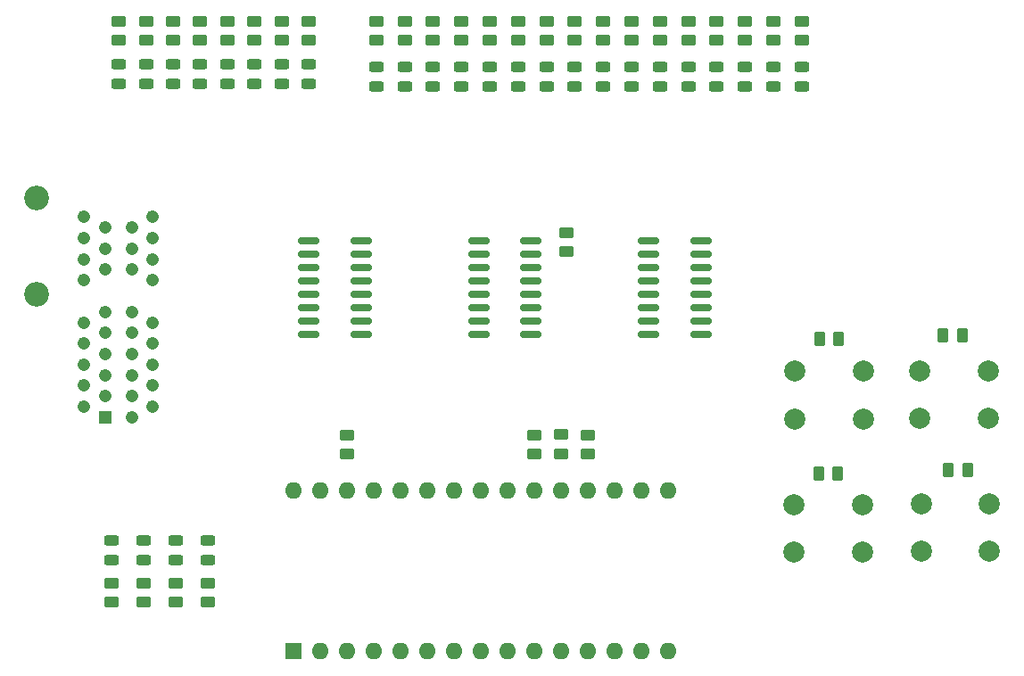
<source format=gbr>
%TF.GenerationSoftware,KiCad,Pcbnew,(6.0.0-0)*%
%TF.CreationDate,2022-01-13T01:42:20-05:00*%
%TF.ProjectId,ROM-Cartridge-programmer,524f4d2d-4361-4727-9472-696467652d70,rev?*%
%TF.SameCoordinates,Original*%
%TF.FileFunction,Soldermask,Top*%
%TF.FilePolarity,Negative*%
%FSLAX46Y46*%
G04 Gerber Fmt 4.6, Leading zero omitted, Abs format (unit mm)*
G04 Created by KiCad (PCBNEW (6.0.0-0)) date 2022-01-13 01:42:20*
%MOMM*%
%LPD*%
G01*
G04 APERTURE LIST*
G04 Aperture macros list*
%AMRoundRect*
0 Rectangle with rounded corners*
0 $1 Rounding radius*
0 $2 $3 $4 $5 $6 $7 $8 $9 X,Y pos of 4 corners*
0 Add a 4 corners polygon primitive as box body*
4,1,4,$2,$3,$4,$5,$6,$7,$8,$9,$2,$3,0*
0 Add four circle primitives for the rounded corners*
1,1,$1+$1,$2,$3*
1,1,$1+$1,$4,$5*
1,1,$1+$1,$6,$7*
1,1,$1+$1,$8,$9*
0 Add four rect primitives between the rounded corners*
20,1,$1+$1,$2,$3,$4,$5,0*
20,1,$1+$1,$4,$5,$6,$7,0*
20,1,$1+$1,$6,$7,$8,$9,0*
20,1,$1+$1,$8,$9,$2,$3,0*%
G04 Aperture macros list end*
%ADD10RoundRect,0.250000X0.450000X-0.262500X0.450000X0.262500X-0.450000X0.262500X-0.450000X-0.262500X0*%
%ADD11RoundRect,0.243750X-0.456250X0.243750X-0.456250X-0.243750X0.456250X-0.243750X0.456250X0.243750X0*%
%ADD12RoundRect,0.250000X-0.450000X0.262500X-0.450000X-0.262500X0.450000X-0.262500X0.450000X0.262500X0*%
%ADD13RoundRect,0.150000X-0.825000X-0.150000X0.825000X-0.150000X0.825000X0.150000X-0.825000X0.150000X0*%
%ADD14C,2.000000*%
%ADD15RoundRect,0.250000X-0.262500X-0.450000X0.262500X-0.450000X0.262500X0.450000X-0.262500X0.450000X0*%
%ADD16R,1.600000X1.600000*%
%ADD17O,1.600000X1.600000*%
%ADD18RoundRect,0.243750X0.456250X-0.243750X0.456250X0.243750X-0.456250X0.243750X-0.456250X-0.243750X0*%
%ADD19C,2.350000*%
%ADD20R,1.208000X1.208000*%
%ADD21C,1.208000*%
G04 APERTURE END LIST*
D10*
%TO.C,R4*%
X158242000Y-97432500D03*
X158242000Y-95607500D03*
%TD*%
D11*
%TO.C,D20*%
X123502055Y-79580500D03*
X123502055Y-81455500D03*
%TD*%
D12*
%TO.C,R15*%
X153670000Y-75541500D03*
X153670000Y-77366500D03*
%TD*%
D13*
%TO.C,U1*%
X133796000Y-96393000D03*
X133796000Y-97663000D03*
X133796000Y-98933000D03*
X133796000Y-100203000D03*
X133796000Y-101473000D03*
X133796000Y-102743000D03*
X133796000Y-104013000D03*
X133796000Y-105283000D03*
X138746000Y-105283000D03*
X138746000Y-104013000D03*
X138746000Y-102743000D03*
X138746000Y-101473000D03*
X138746000Y-100203000D03*
X138746000Y-98933000D03*
X138746000Y-97663000D03*
X138746000Y-96393000D03*
%TD*%
D14*
%TO.C,SW1*%
X186436000Y-108784000D03*
X179936000Y-108784000D03*
X179936000Y-113284000D03*
X186436000Y-113284000D03*
%TD*%
D11*
%TO.C,D5*%
X150977600Y-79834500D03*
X150977600Y-81709500D03*
%TD*%
%TO.C,D11*%
X167132000Y-79834500D03*
X167132000Y-81709500D03*
%TD*%
%TO.C,D10*%
X164439600Y-79834500D03*
X164439600Y-81709500D03*
%TD*%
D10*
%TO.C,R37*%
X118110000Y-130706500D03*
X118110000Y-128881500D03*
%TD*%
D11*
%TO.C,D19*%
X120925770Y-79580500D03*
X120925770Y-81455500D03*
%TD*%
D12*
%TO.C,R32*%
X131230910Y-75541500D03*
X131230910Y-77366500D03*
%TD*%
D11*
%TO.C,D8*%
X159054800Y-79834500D03*
X159054800Y-81709500D03*
%TD*%
D12*
%TO.C,R31*%
X128654625Y-75541500D03*
X128654625Y-77366500D03*
%TD*%
%TO.C,R27*%
X118349485Y-75541500D03*
X118349485Y-77366500D03*
%TD*%
D11*
%TO.C,D7*%
X156362400Y-79834500D03*
X156362400Y-81709500D03*
%TD*%
D12*
%TO.C,R24*%
X177901600Y-75541500D03*
X177901600Y-77366500D03*
%TD*%
%TO.C,R14*%
X150977600Y-75541500D03*
X150977600Y-77366500D03*
%TD*%
D11*
%TO.C,D15*%
X177901600Y-79834500D03*
X177901600Y-81709500D03*
%TD*%
D10*
%TO.C,R34*%
X124206000Y-130706500D03*
X124206000Y-128881500D03*
%TD*%
D11*
%TO.C,D16*%
X180594000Y-79834500D03*
X180594000Y-81709500D03*
%TD*%
%TO.C,D23*%
X131230910Y-79580500D03*
X131230910Y-81455500D03*
%TD*%
D15*
%TO.C,R9*%
X194495500Y-118182000D03*
X196320500Y-118182000D03*
%TD*%
D16*
%TO.C,A1*%
X132334000Y-135372000D03*
D17*
X134874000Y-135372000D03*
X137414000Y-135372000D03*
X139954000Y-135372000D03*
X142494000Y-135372000D03*
X145034000Y-135372000D03*
X147574000Y-135372000D03*
X150114000Y-135372000D03*
X152654000Y-135372000D03*
X155194000Y-135372000D03*
X157734000Y-135372000D03*
X160274000Y-135372000D03*
X162814000Y-135372000D03*
X165354000Y-135372000D03*
X167894000Y-135372000D03*
X167894000Y-120132000D03*
X165354000Y-120132000D03*
X162814000Y-120132000D03*
X160274000Y-120132000D03*
X157734000Y-120132000D03*
X155194000Y-120132000D03*
X152654000Y-120132000D03*
X150114000Y-120132000D03*
X147574000Y-120132000D03*
X145034000Y-120132000D03*
X142494000Y-120132000D03*
X139954000Y-120132000D03*
X137414000Y-120132000D03*
X134874000Y-120132000D03*
X132334000Y-120132000D03*
%TD*%
D12*
%TO.C,R23*%
X175209200Y-75541500D03*
X175209200Y-77366500D03*
%TD*%
D11*
%TO.C,D14*%
X175209200Y-79834500D03*
X175209200Y-81709500D03*
%TD*%
D12*
%TO.C,R33*%
X133807200Y-75541500D03*
X133807200Y-77366500D03*
%TD*%
D14*
%TO.C,SW3*%
X179890000Y-121430000D03*
X186390000Y-121430000D03*
X179890000Y-125930000D03*
X186390000Y-125930000D03*
%TD*%
D11*
%TO.C,D17*%
X115773200Y-79580500D03*
X115773200Y-81455500D03*
%TD*%
D10*
%TO.C,R2*%
X157734000Y-116586000D03*
X157734000Y-114761000D03*
%TD*%
D11*
%TO.C,D24*%
X133807200Y-79580500D03*
X133807200Y-81455500D03*
%TD*%
D15*
%TO.C,R6*%
X182284000Y-105694000D03*
X184109000Y-105694000D03*
%TD*%
D18*
%TO.C,D28*%
X118110000Y-126667500D03*
X118110000Y-124792500D03*
%TD*%
D19*
%TO.C,J1*%
X107986000Y-101482000D03*
X107986000Y-92332000D03*
D20*
X114486000Y-113132000D03*
D21*
X112486000Y-112132000D03*
X114486000Y-111132000D03*
X112486000Y-110132000D03*
X114486000Y-109132000D03*
X112486000Y-108132000D03*
X114486000Y-107132000D03*
X112486000Y-106132000D03*
X114486000Y-105132000D03*
X112486000Y-104132000D03*
X114486000Y-103132000D03*
X112486000Y-100132000D03*
X114486000Y-99132000D03*
X112486000Y-98132000D03*
X114486000Y-97132000D03*
X112486000Y-96132000D03*
X114486000Y-95132000D03*
X112486000Y-94132000D03*
X116986000Y-113132000D03*
X118986000Y-112132000D03*
X116986000Y-111132000D03*
X118986000Y-110132000D03*
X116986000Y-109132000D03*
X118986000Y-108132000D03*
X116986000Y-107132000D03*
X118986000Y-106132000D03*
X116986000Y-105132000D03*
X118986000Y-104132000D03*
X116986000Y-103132000D03*
X118986000Y-100132000D03*
X116986000Y-99132000D03*
X118986000Y-98132000D03*
X116986000Y-97132000D03*
X118986000Y-96132000D03*
X116986000Y-95132000D03*
X118986000Y-94132000D03*
%TD*%
D10*
%TO.C,R5*%
X137414000Y-116633000D03*
X137414000Y-114808000D03*
%TD*%
D11*
%TO.C,D6*%
X153670000Y-79834500D03*
X153670000Y-81709500D03*
%TD*%
D10*
%TO.C,R3*%
X160274000Y-116633000D03*
X160274000Y-114808000D03*
%TD*%
D11*
%TO.C,D1*%
X140208000Y-79834500D03*
X140208000Y-81709500D03*
%TD*%
D12*
%TO.C,R16*%
X156362400Y-75541500D03*
X156362400Y-77366500D03*
%TD*%
D13*
%TO.C,U2*%
X149925000Y-96393000D03*
X149925000Y-97663000D03*
X149925000Y-98933000D03*
X149925000Y-100203000D03*
X149925000Y-101473000D03*
X149925000Y-102743000D03*
X149925000Y-104013000D03*
X149925000Y-105283000D03*
X154875000Y-105283000D03*
X154875000Y-104013000D03*
X154875000Y-102743000D03*
X154875000Y-101473000D03*
X154875000Y-100203000D03*
X154875000Y-98933000D03*
X154875000Y-97663000D03*
X154875000Y-96393000D03*
%TD*%
D12*
%TO.C,R29*%
X123502055Y-75541500D03*
X123502055Y-77366500D03*
%TD*%
D11*
%TO.C,D9*%
X161747200Y-79834500D03*
X161747200Y-81709500D03*
%TD*%
D18*
%TO.C,D25*%
X124206000Y-126667500D03*
X124206000Y-124792500D03*
%TD*%
D11*
%TO.C,D18*%
X118349485Y-79580500D03*
X118349485Y-81455500D03*
%TD*%
%TO.C,D21*%
X126078340Y-79580500D03*
X126078340Y-81455500D03*
%TD*%
D18*
%TO.C,D27*%
X115062000Y-126667500D03*
X115062000Y-124792500D03*
%TD*%
D12*
%TO.C,R10*%
X140208000Y-75541500D03*
X140208000Y-77366500D03*
%TD*%
D10*
%TO.C,R35*%
X121158000Y-130706500D03*
X121158000Y-128881500D03*
%TD*%
D15*
%TO.C,R7*%
X194015000Y-105392000D03*
X195840000Y-105392000D03*
%TD*%
D14*
%TO.C,SW4*%
X191926000Y-121358000D03*
X198426000Y-121358000D03*
X198426000Y-125858000D03*
X191926000Y-125858000D03*
%TD*%
D12*
%TO.C,R22*%
X172516800Y-75541500D03*
X172516800Y-77366500D03*
%TD*%
%TO.C,R21*%
X169824400Y-75541500D03*
X169824400Y-77366500D03*
%TD*%
D14*
%TO.C,SW2*%
X198328000Y-108730000D03*
X191828000Y-108730000D03*
X198328000Y-113230000D03*
X191828000Y-113230000D03*
%TD*%
D11*
%TO.C,D3*%
X145592800Y-79834500D03*
X145592800Y-81709500D03*
%TD*%
%TO.C,D12*%
X169824400Y-79834500D03*
X169824400Y-81709500D03*
%TD*%
D13*
%TO.C,U3*%
X166054000Y-96393000D03*
X166054000Y-97663000D03*
X166054000Y-98933000D03*
X166054000Y-100203000D03*
X166054000Y-101473000D03*
X166054000Y-102743000D03*
X166054000Y-104013000D03*
X166054000Y-105283000D03*
X171004000Y-105283000D03*
X171004000Y-104013000D03*
X171004000Y-102743000D03*
X171004000Y-101473000D03*
X171004000Y-100203000D03*
X171004000Y-98933000D03*
X171004000Y-97663000D03*
X171004000Y-96393000D03*
%TD*%
D11*
%TO.C,D4*%
X148285200Y-79834500D03*
X148285200Y-81709500D03*
%TD*%
D12*
%TO.C,R20*%
X167132000Y-75541500D03*
X167132000Y-77366500D03*
%TD*%
D11*
%TO.C,D13*%
X172516800Y-79834500D03*
X172516800Y-81709500D03*
%TD*%
D18*
%TO.C,D26*%
X121158000Y-126667500D03*
X121158000Y-124792500D03*
%TD*%
D10*
%TO.C,R1*%
X155194000Y-116633000D03*
X155194000Y-114808000D03*
%TD*%
%TO.C,R36*%
X115062000Y-130706500D03*
X115062000Y-128881500D03*
%TD*%
D15*
%TO.C,R8*%
X182191000Y-118508000D03*
X184016000Y-118508000D03*
%TD*%
D12*
%TO.C,R19*%
X164439600Y-75541500D03*
X164439600Y-77366500D03*
%TD*%
%TO.C,R17*%
X159054800Y-75541500D03*
X159054800Y-77366500D03*
%TD*%
%TO.C,R26*%
X115773200Y-75541500D03*
X115773200Y-77366500D03*
%TD*%
%TO.C,R12*%
X145542000Y-75541500D03*
X145542000Y-77366500D03*
%TD*%
%TO.C,R30*%
X126078340Y-75541500D03*
X126078340Y-77366500D03*
%TD*%
%TO.C,R18*%
X161747200Y-75541500D03*
X161747200Y-77366500D03*
%TD*%
%TO.C,R28*%
X120925770Y-75541500D03*
X120925770Y-77366500D03*
%TD*%
%TO.C,R11*%
X142900400Y-75541500D03*
X142900400Y-77366500D03*
%TD*%
%TO.C,R25*%
X180594000Y-75541500D03*
X180594000Y-77366500D03*
%TD*%
%TO.C,R13*%
X148285200Y-75541500D03*
X148285200Y-77366500D03*
%TD*%
D11*
%TO.C,D22*%
X128654625Y-79580500D03*
X128654625Y-81455500D03*
%TD*%
%TO.C,D2*%
X142900400Y-79834500D03*
X142900400Y-81709500D03*
%TD*%
M02*

</source>
